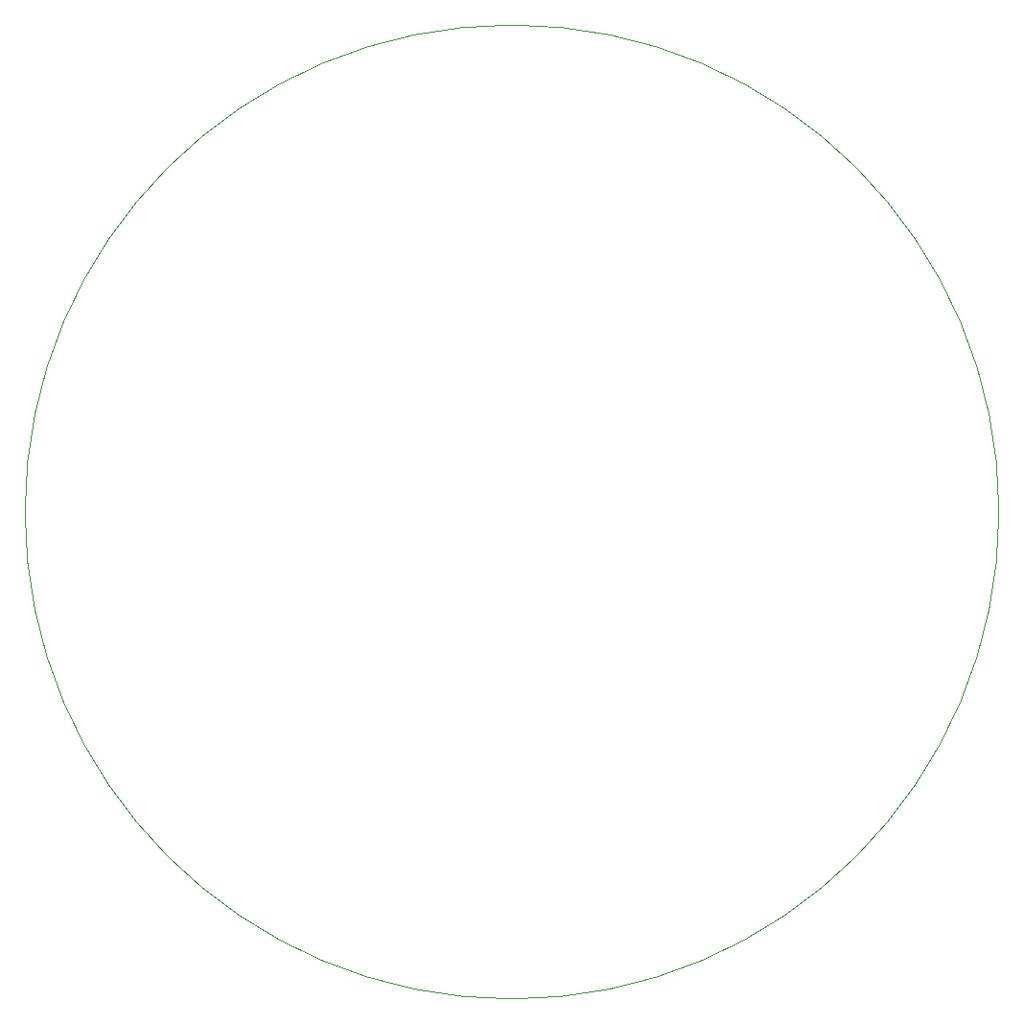
<source format=gbr>
%TF.GenerationSoftware,KiCad,Pcbnew,6.0.5-a6ca702e91~116~ubuntu20.04.1*%
%TF.CreationDate,2022-05-11T23:19:58+02:00*%
%TF.ProjectId,uHoubolt_PCB_GNSS_Cover,75486f75-626f-46c7-945f-5043425f474e,rev?*%
%TF.SameCoordinates,PX8f0d180PY5f5e100*%
%TF.FileFunction,Profile,NP*%
%FSLAX46Y46*%
G04 Gerber Fmt 4.6, Leading zero omitted, Abs format (unit mm)*
G04 Created by KiCad (PCBNEW 6.0.5-a6ca702e91~116~ubuntu20.04.1) date 2022-05-11 23:19:58*
%MOMM*%
%LPD*%
G01*
G04 APERTURE LIST*
%TA.AperFunction,Profile*%
%ADD10C,0.120000*%
%TD*%
G04 APERTURE END LIST*
D10*
X43000000Y0D02*
G75*
G03*
X43000000Y0I-43000000J0D01*
G01*
M02*

</source>
